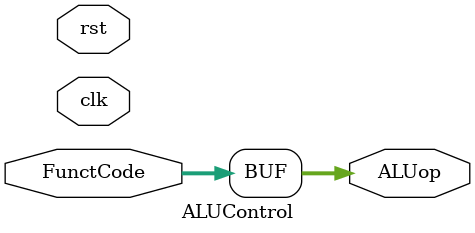
<source format=v>
module ALUControl(
	output reg[3:0] ALUop,
	input [3:0] FunctCode,
	input clk,
	input rst
);

//Combinatorial READ
always@(*)
begin
	ALUop = FunctCode;  //?
end
endmodule
</source>
